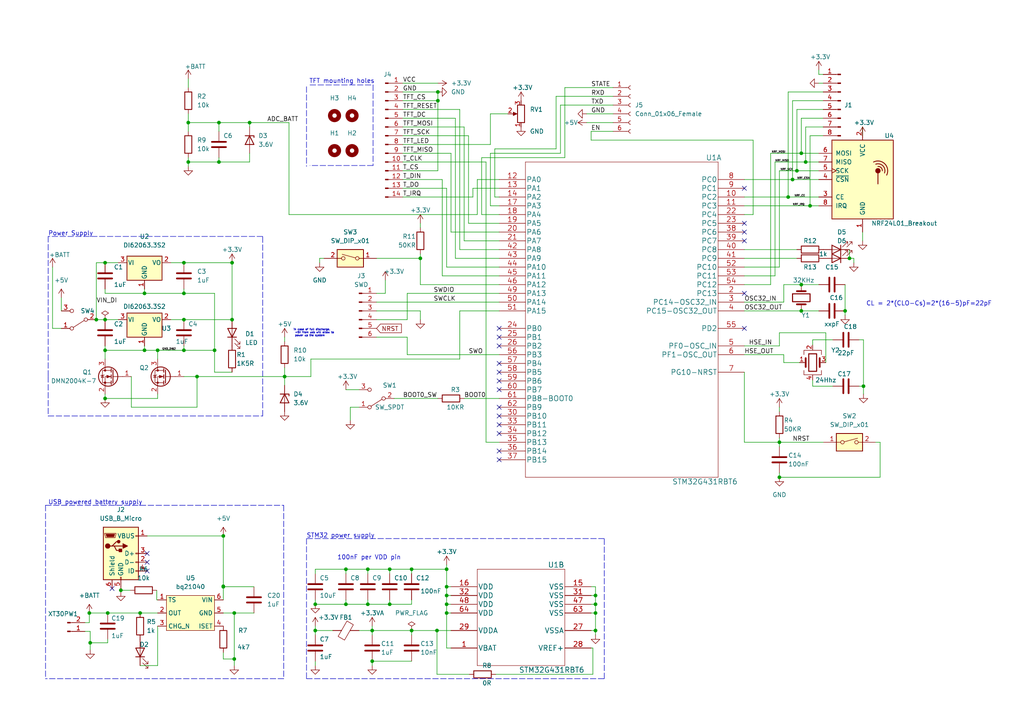
<source format=kicad_sch>
(kicad_sch (version 20211123) (generator eeschema)
  (paper "A4")
  (title_block (title "STM32G431RBT6 TFT_RF") (date "2023-01-20") (rev "1.0") (company "Szymon Grzegorzewski"))
  (junction (at 127 29.21))
  (junction (at 232.41 82.55))
  (junction (at 100.33 165.1))
  (junction (at 67.945 191.135))
  (junction (at 63.5 46.99))
  (junction (at 129.54 177.8))
  (junction (at 30.48 115.57))
  (junction (at 45.72 101.6))
  (junction (at 27.94 92.71))
  (junction (at 106.68 165.1))
  (junction (at 54.61 46.99))
  (junction (at 172.72 182.88))
  (junction (at 228.6 57.15))
  (junction (at 26.162 186.436))
  (junction (at 82.55 109.22))
  (junction (at 233.68 46.99))
  (junction (at 91.44 175.26))
  (junction (at 119.38 182.88))
  (junction (at 62.23 101.6))
  (junction (at 30.48 101.6))
  (junction (at 172.72 177.8))
  (junction (at 35.052 171.196))
  (junction (at 129.54 175.26))
  (junction (at 67.945 177.8))
  (junction (at 64.77 155.448))
  (junction (at 30.48 92.71))
  (junction (at 126.746 182.88))
  (junction (at 53.34 76.2))
  (junction (at 232.41 44.45))
  (junction (at 172.72 172.72))
  (junction (at 113.03 165.1))
  (junction (at 100.33 175.26))
  (junction (at 41.91 85.09))
  (junction (at 234.95 59.69))
  (junction (at 106.68 175.26))
  (junction (at 107.95 191.77))
  (junction (at 231.14 49.53))
  (junction (at 129.54 172.72))
  (junction (at 67.31 76.2))
  (junction (at 129.54 170.18))
  (junction (at 127 26.67))
  (junction (at 57.15 109.22))
  (junction (at 246.38 74.93))
  (junction (at 226.06 128.27))
  (junction (at 107.95 182.88))
  (junction (at 67.31 92.71))
  (junction (at 30.48 76.2))
  (junction (at 250.444 112.014))
  (junction (at 40.64 177.8))
  (junction (at 41.91 101.6))
  (junction (at 31.242 177.8))
  (junction (at 25.908 177.8))
  (junction (at 72.39 35.56))
  (junction (at 91.44 182.88))
  (junction (at 232.41 90.17))
  (junction (at 229.87 52.07))
  (junction (at 53.34 101.6))
  (junction (at 121.92 74.93))
  (junction (at 54.61 35.56))
  (junction (at 53.34 92.71))
  (junction (at 172.72 175.26))
  (junction (at 119.38 165.1))
  (junction (at 245.11 90.17))
  (junction (at 129.54 165.1))
  (junction (at 53.34 85.09))
  (junction (at 64.77 170.053))
  (junction (at 113.03 175.26))
  (junction (at 63.5 35.56))
  (junction (at 226.06 138.43))
  (junction (at 64.77 170.18))
  (no_connect (at 215.9 67.31))
  (no_connect (at 42.672 163.068))
  (no_connect (at 144.78 123.19))
  (no_connect (at 144.78 95.25))
  (no_connect (at 144.78 110.49))
  (no_connect (at 144.78 107.95))
  (no_connect (at 144.78 105.41))
  (no_connect (at 215.9 95.25))
  (no_connect (at 144.78 118.11))
  (no_connect (at 144.78 113.03))
  (no_connect (at 144.78 133.35))
  (no_connect (at 144.78 120.65))
  (no_connect (at 144.78 130.81))
  (no_connect (at 42.672 165.608))
  (no_connect (at 144.78 125.73))
  (no_connect (at 144.78 100.33))
  (no_connect (at 215.9 54.61))
  (no_connect (at 215.9 85.09))
  (no_connect (at 42.672 160.528))
  (no_connect (at 215.9 69.85))
  (no_connect (at 215.9 64.77))
  (no_connect (at 32.512 170.688))
  (no_connect (at 144.78 97.79))
  (wire (pts (xy 239.522 105.156) (xy 239.522 96.52)))
  (wire (pts (xy 171.958 187.96) (xy 171.45 187.96)))
  (wire (pts (xy 54.61 22.86) (xy 54.61 25.4)))
  (wire (pts (xy 215.9 82.55) (xy 223.52 82.55)))
  (wire (pts (xy 54.61 35.56) (xy 54.61 38.1)))
  (wire (pts (xy 129.54 172.72) (xy 130.81 172.72)))
  (wire (pts (xy 118.11 97.79) (xy 109.22 97.79)))
  (wire (pts (xy 215.9 62.23) (xy 218.44 62.23)))
  (wire (pts (xy 41.91 85.09) (xy 53.34 85.09)))
  (wire (pts (xy 215.9 90.17) (xy 232.41 90.17)))
  (wire (pts (xy 72.39 44.45) (xy 72.39 46.99)))
  (wire (pts (xy 54.61 46.99) (xy 63.5 46.99)))
  (wire (pts (xy 41.91 83.82) (xy 41.91 85.09)))
  (wire (pts (xy 35.052 170.688) (xy 35.052 171.196)))
  (wire (pts (xy 116.84 46.99) (xy 140.97 46.99)))
  (wire (pts (xy 134.62 115.57) (xy 144.78 115.57)))
  (wire (pts (xy 121.92 64.77) (xy 121.92 66.04)))
  (wire (pts (xy 129.54 177.8) (xy 130.81 177.8)))
  (wire (pts (xy 90.17 104.14) (xy 90.17 109.22)))
  (wire (pts (xy 223.52 82.55) (xy 223.52 44.45)))
  (wire (pts (xy 64.77 155.448) (xy 42.672 155.448)))
  (polyline (pts (xy 175.26 196.85) (xy 175.26 156.21)))
  (wire (pts (xy 83.82 62.23) (xy 83.82 35.56)))
  (wire (pts (xy 172.72 177.8) (xy 171.45 177.8)))
  (wire (pts (xy 226.06 77.47) (xy 226.06 49.53)))
  (wire (pts (xy 129.54 54.61) (xy 129.54 77.47)))
  (wire (pts (xy 64.77 170.18) (xy 73.66 170.18)))
  (wire (pts (xy 226.06 118.11) (xy 226.06 119.38)))
  (wire (pts (xy 82.55 106.68) (xy 82.55 109.22)))
  (wire (pts (xy 15.24 77.47) (xy 15.24 95.25)))
  (wire (pts (xy 27.94 76.2) (xy 30.48 76.2)))
  (wire (pts (xy 171.45 172.72) (xy 172.72 172.72)))
  (wire (pts (xy 172.72 175.26) (xy 172.72 177.8)))
  (wire (pts (xy 215.9 57.15) (xy 228.6 57.15)))
  (wire (pts (xy 129.54 170.18) (xy 129.54 172.72)))
  (polyline (pts (xy 88.9 25.146) (xy 88.9 48.26)))
  (wire (pts (xy 130.81 67.31) (xy 130.81 44.45)))
  (wire (pts (xy 113.03 175.26) (xy 119.38 175.26)))
  (wire (pts (xy 109.22 92.71) (xy 118.11 92.71)))
  (wire (pts (xy 100.33 175.26) (xy 106.68 175.26)))
  (wire (pts (xy 91.44 182.88) (xy 96.52 182.88)))
  (wire (pts (xy 172.72 170.18) (xy 172.72 172.72)))
  (wire (pts (xy 40.64 177.8) (xy 45.72 177.8)))
  (wire (pts (xy 25.908 177.8) (xy 25.908 180.594)))
  (wire (pts (xy 27.94 92.71) (xy 30.48 92.71)))
  (wire (pts (xy 233.68 36.83) (xy 238.76 36.83)))
  (wire (pts (xy 45.72 115.57) (xy 30.48 115.57)))
  (wire (pts (xy 226.06 127) (xy 226.06 128.27)))
  (wire (pts (xy 67.945 191.135) (xy 67.945 177.8)))
  (wire (pts (xy 250.444 112.014) (xy 250.444 114.3)))
  (wire (pts (xy 172.72 182.88) (xy 172.72 177.8)))
  (polyline (pts (xy 76.2 68.58) (xy 13.97 68.58)))
  (wire (pts (xy 232.41 82.55) (xy 237.49 82.55)))
  (wire (pts (xy 171.45 175.26) (xy 172.72 175.26)))
  (wire (pts (xy 162.56 30.48) (xy 177.8 30.48)))
  (wire (pts (xy 64.77 173.99) (xy 64.77 170.18)))
  (wire (pts (xy 229.87 52.07) (xy 229.87 29.21)))
  (wire (pts (xy 226.06 49.53) (xy 231.14 49.53)))
  (wire (pts (xy 111.76 85.09) (xy 111.76 81.28)))
  (wire (pts (xy 116.84 31.75) (xy 133.35 31.75)))
  (wire (pts (xy 67.945 193.04) (xy 67.945 191.135)))
  (wire (pts (xy 171.958 195.58) (xy 143.764 195.58)))
  (wire (pts (xy 142.24 33.02) (xy 147.32 33.02)))
  (wire (pts (xy 143.51 57.15) (xy 143.51 43.18)))
  (wire (pts (xy 116.84 44.45) (xy 130.81 44.45)))
  (wire (pts (xy 91.44 173.99) (xy 91.44 175.26)))
  (wire (pts (xy 54.61 33.02) (xy 54.61 35.56)))
  (wire (pts (xy 246.38 72.39) (xy 246.38 74.93)))
  (wire (pts (xy 144.78 52.07) (xy 138.43 52.07)))
  (wire (pts (xy 215.9 102.87) (xy 227.33 102.87)))
  (wire (pts (xy 30.48 85.09) (xy 30.48 83.82)))
  (wire (pts (xy 109.22 85.09) (xy 111.76 85.09)))
  (wire (pts (xy 144.78 67.31) (xy 130.81 67.31)))
  (wire (pts (xy 215.9 87.63) (xy 227.33 87.63)))
  (wire (pts (xy 91.44 175.26) (xy 100.33 175.26)))
  (wire (pts (xy 133.35 90.17) (xy 133.35 104.14)))
  (wire (pts (xy 126.746 195.58) (xy 126.746 182.88)))
  (wire (pts (xy 53.34 85.09) (xy 62.23 85.09)))
  (wire (pts (xy 129.54 172.72) (xy 129.54 175.26)))
  (wire (pts (xy 91.44 191.77) (xy 91.44 193.04)))
  (wire (pts (xy 26.162 186.436) (xy 31.242 186.436)))
  (wire (pts (xy 45.72 101.6) (xy 53.34 101.6)))
  (wire (pts (xy 116.84 29.21) (xy 127 29.21)))
  (wire (pts (xy 218.44 40.64) (xy 218.44 62.23)))
  (wire (pts (xy 27.94 92.71) (xy 27.94 76.2)))
  (wire (pts (xy 224.79 80.01) (xy 224.79 46.99)))
  (wire (pts (xy 129.54 77.47) (xy 144.78 77.47)))
  (polyline (pts (xy 13.97 109.22) (xy 13.97 120.65)))
  (wire (pts (xy 106.68 175.26) (xy 106.68 173.99)))
  (wire (pts (xy 231.14 31.75) (xy 238.76 31.75)))
  (wire (pts (xy 91.44 166.37) (xy 91.44 165.1)))
  (wire (pts (xy 250.444 112.014) (xy 249.174 112.014)))
  (wire (pts (xy 116.84 24.13) (xy 127 24.13)))
  (wire (pts (xy 245.11 82.55) (xy 245.11 90.17)))
  (wire (pts (xy 45.72 114.3) (xy 45.72 115.57)))
  (wire (pts (xy 30.48 101.6) (xy 41.91 101.6)))
  (wire (pts (xy 228.6 57.15) (xy 228.6 26.67)))
  (wire (pts (xy 245.11 90.17) (xy 245.11 91.44)))
  (wire (pts (xy 30.48 76.2) (xy 34.29 76.2)))
  (wire (pts (xy 49.53 92.71) (xy 53.34 92.71)))
  (wire (pts (xy 91.44 184.15) (xy 91.44 182.88)))
  (wire (pts (xy 30.48 92.71) (xy 34.29 92.71)))
  (wire (pts (xy 129.54 175.26) (xy 130.81 175.26)))
  (wire (pts (xy 130.81 187.96) (xy 129.54 187.96)))
  (wire (pts (xy 229.87 29.21) (xy 238.76 29.21)))
  (wire (pts (xy 128.27 52.07) (xy 128.27 80.01)))
  (wire (pts (xy 250.19 67.31) (xy 250.19 69.85)))
  (wire (pts (xy 135.89 64.77) (xy 144.78 64.77)))
  (wire (pts (xy 170.18 35.56) (xy 177.8 35.56)))
  (wire (pts (xy 107.95 182.88) (xy 119.38 182.88)))
  (wire (pts (xy 100.33 165.1) (xy 106.68 165.1)))
  (wire (pts (xy 142.24 44.45) (xy 162.56 44.45)))
  (wire (pts (xy 54.61 45.72) (xy 54.61 46.99)))
  (wire (pts (xy 106.68 165.1) (xy 106.68 166.37)))
  (wire (pts (xy 144.78 90.17) (xy 133.35 90.17)))
  (wire (pts (xy 118.11 85.09) (xy 144.78 85.09)))
  (wire (pts (xy 92.71 76.2) (xy 92.71 74.93)))
  (wire (pts (xy 116.84 49.53) (xy 127 49.53)))
  (wire (pts (xy 129.54 163.83) (xy 129.54 165.1)))
  (polyline (pts (xy 76.2 120.65) (xy 76.2 109.22)))
  (wire (pts (xy 114.3 115.57) (xy 127 115.57)))
  (wire (pts (xy 41.91 101.6) (xy 45.72 101.6)))
  (wire (pts (xy 72.39 35.56) (xy 72.39 36.83)))
  (wire (pts (xy 233.68 46.99) (xy 237.49 46.99)))
  (wire (pts (xy 172.72 172.72) (xy 172.72 175.26)))
  (wire (pts (xy 227.33 105.156) (xy 227.33 102.87)))
  (wire (pts (xy 231.14 49.53) (xy 237.49 49.53)))
  (wire (pts (xy 31.242 177.8) (xy 40.64 177.8)))
  (wire (pts (xy 144.78 62.23) (xy 139.7 62.23)))
  (wire (pts (xy 215.9 52.07) (xy 229.87 52.07)))
  (wire (pts (xy 144.78 72.39) (xy 133.35 72.39)))
  (polyline (pts (xy 76.2 109.22) (xy 76.2 68.58)))
  (wire (pts (xy 116.84 52.07) (xy 128.27 52.07)))
  (wire (pts (xy 144.78 74.93) (xy 132.08 74.93)))
  (polyline (pts (xy 175.26 156.21) (xy 88.9 156.21)))
  (wire (pts (xy 107.95 184.15) (xy 107.95 182.88)))
  (wire (pts (xy 144.78 82.55) (xy 121.92 82.55)))
  (wire (pts (xy 63.5 35.56) (xy 72.39 35.56)))
  (wire (pts (xy 91.44 165.1) (xy 100.33 165.1)))
  (wire (pts (xy 72.39 46.99) (xy 63.5 46.99)))
  (wire (pts (xy 161.29 27.94) (xy 177.8 27.94)))
  (wire (pts (xy 171.958 187.96) (xy 171.958 195.58)))
  (wire (pts (xy 128.27 80.01) (xy 144.78 80.01)))
  (wire (pts (xy 237.49 21.59) (xy 237.49 20.32)))
  (wire (pts (xy 247.65 74.93) (xy 247.65 76.2)))
  (wire (pts (xy 64.77 191.135) (xy 67.945 191.135)))
  (wire (pts (xy 162.56 44.45) (xy 162.56 30.48)))
  (wire (pts (xy 116.84 36.83) (xy 134.62 36.83)))
  (wire (pts (xy 129.54 170.18) (xy 130.81 170.18)))
  (wire (pts (xy 67.945 177.8) (xy 64.77 177.8)))
  (wire (pts (xy 17.78 86.36) (xy 17.78 90.17)))
  (polyline (pts (xy 89.916 24.638) (xy 108.204 24.638)))
  (wire (pts (xy 232.41 90.17) (xy 237.49 90.17)))
  (wire (pts (xy 53.34 109.22) (xy 57.15 109.22)))
  (wire (pts (xy 64.77 170.053) (xy 64.77 170.18)))
  (wire (pts (xy 129.54 165.1) (xy 129.54 170.18)))
  (wire (pts (xy 246.38 74.93) (xy 247.65 74.93)))
  (wire (pts (xy 107.95 191.77) (xy 107.95 193.04)))
  (wire (pts (xy 38.1 118.11) (xy 38.1 109.22)))
  (polyline (pts (xy 13.97 68.58) (xy 13.97 109.22)))
  (wire (pts (xy 83.82 35.56) (xy 72.39 35.56)))
  (wire (pts (xy 227.33 82.55) (xy 227.33 87.63)))
  (wire (pts (xy 232.41 34.29) (xy 238.76 34.29)))
  (wire (pts (xy 171.45 170.18) (xy 172.72 170.18)))
  (wire (pts (xy 119.38 165.1) (xy 129.54 165.1)))
  (wire (pts (xy 215.9 72.39) (xy 231.14 72.39)))
  (wire (pts (xy 119.38 165.1) (xy 119.38 166.37)))
  (wire (pts (xy 121.92 90.17) (xy 121.92 92.71)))
  (wire (pts (xy 100.33 173.99) (xy 100.33 175.26)))
  (polyline (pts (xy 88.9 156.21) (xy 88.9 196.85)))
  (wire (pts (xy 132.08 74.93) (xy 132.08 34.29)))
  (wire (pts (xy 255.27 138.43) (xy 255.27 128.27)))
  (wire (pts (xy 133.35 72.39) (xy 133.35 31.75)))
  (wire (pts (xy 45.72 101.6) (xy 45.72 104.14)))
  (wire (pts (xy 116.84 54.61) (xy 129.54 54.61)))
  (wire (pts (xy 104.14 118.11) (xy 101.6 118.11)))
  (wire (pts (xy 227.33 82.55) (xy 232.41 82.55)))
  (wire (pts (xy 26.162 183.134) (xy 26.162 186.436)))
  (polyline (pts (xy 13.208 146.558) (xy 13.208 196.85)))
  (wire (pts (xy 226.06 138.43) (xy 255.27 138.43)))
  (wire (pts (xy 57.15 109.22) (xy 82.55 109.22)))
  (wire (pts (xy 143.51 43.18) (xy 161.29 43.18)))
  (wire (pts (xy 30.48 101.6) (xy 30.48 104.14)))
  (wire (pts (xy 53.34 76.2) (xy 67.31 76.2)))
  (wire (pts (xy 171.45 40.64) (xy 171.45 38.1)))
  (wire (pts (xy 215.9 74.93) (xy 231.14 74.93)))
  (wire (pts (xy 113.03 175.26) (xy 113.03 173.99)))
  (polyline (pts (xy 13.208 146.558) (xy 82.296 146.558)))
  (wire (pts (xy 228.6 57.15) (xy 237.49 57.15)))
  (wire (pts (xy 106.68 165.1) (xy 113.03 165.1)))
  (polyline (pts (xy 82.296 146.558) (xy 82.296 196.85)))
  (wire (pts (xy 170.18 33.02) (xy 177.8 33.02)))
  (wire (pts (xy 129.54 187.96) (xy 129.54 177.8)))
  (wire (pts (xy 234.95 59.69) (xy 237.49 59.69)))
  (wire (pts (xy 118.11 102.87) (xy 144.78 102.87)))
  (wire (pts (xy 107.95 181.61) (xy 107.95 182.88)))
  (wire (pts (xy 35.052 171.196) (xy 37.846 171.196)))
  (wire (pts (xy 142.24 41.91) (xy 142.24 33.02)))
  (wire (pts (xy 255.27 128.27) (xy 254 128.27)))
  (wire (pts (xy 40.64 193.04) (xy 45.72 193.04)))
  (wire (pts (xy 172.72 184.15) (xy 172.72 182.88)))
  (wire (pts (xy 229.87 52.07) (xy 237.49 52.07)))
  (wire (pts (xy 171.45 38.1) (xy 177.8 38.1)))
  (wire (pts (xy 45.466 171.196) (xy 45.466 173.99)))
  (wire (pts (xy 116.84 34.29) (xy 132.08 34.29)))
  (wire (pts (xy 226.06 137.16) (xy 226.06 138.43)))
  (wire (pts (xy 116.84 26.67) (xy 127 26.67)))
  (wire (pts (xy 45.72 193.04) (xy 45.72 181.61)))
  (wire (pts (xy 235.712 98.552) (xy 235.712 100.076)))
  (wire (pts (xy 133.35 104.14) (xy 90.17 104.14)))
  (wire (pts (xy 67.31 107.95) (xy 62.23 107.95)))
  (wire (pts (xy 171.45 182.88) (xy 172.72 182.88)))
  (wire (pts (xy 231.14 49.53) (xy 231.14 31.75)))
  (wire (pts (xy 30.48 85.09) (xy 41.91 85.09)))
  (wire (pts (xy 226.06 100.33) (xy 215.9 100.33)))
  (wire (pts (xy 134.62 36.83) (xy 134.62 69.85)))
  (wire (pts (xy 250.444 98.552) (xy 250.444 112.014)))
  (wire (pts (xy 82.55 109.22) (xy 82.55 111.76)))
  (wire (pts (xy 136.144 195.58) (xy 126.746 195.58)))
  (polyline (pts (xy 13.97 120.65) (xy 76.2 120.65)))
  (wire (pts (xy 224.79 46.99) (xy 233.68 46.99)))
  (wire (pts (xy 163.83 25.4) (xy 177.8 25.4)))
  (wire (pts (xy 53.34 83.82) (xy 53.34 85.09)))
  (wire (pts (xy 228.6 26.67) (xy 238.76 26.67)))
  (wire (pts (xy 107.95 191.77) (xy 119.38 191.77)))
  (wire (pts (xy 137.16 54.61) (xy 137.16 57.15)))
  (wire (pts (xy 121.92 74.93) (xy 109.22 74.93)))
  (wire (pts (xy 127 29.21) (xy 127 49.53)))
  (wire (pts (xy 235.712 98.552) (xy 241.554 98.552)))
  (wire (pts (xy 223.52 44.45) (xy 232.41 44.45)))
  (wire (pts (xy 226.06 129.54) (xy 226.06 128.27)))
  (wire (pts (xy 62.23 85.09) (xy 62.23 101.6)))
  (wire (pts (xy 100.33 165.1) (xy 100.33 166.37)))
  (wire (pts (xy 226.06 128.27) (xy 215.9 128.27)))
  (wire (pts (xy 249.174 98.552) (xy 250.444 98.552)))
  (wire (pts (xy 130.81 182.88) (xy 126.746 182.88)))
  (wire (pts (xy 35.052 171.196) (xy 35.052 171.704)))
  (wire (pts (xy 64.77 155.448) (xy 64.77 170.053)))
  (wire (pts (xy 54.61 35.56) (xy 63.5 35.56)))
  (polyline (pts (xy 82.296 196.85) (xy 13.208 196.85)))
  (wire (pts (xy 82.55 109.22) (xy 90.17 109.22)))
  (wire (pts (xy 139.7 62.23) (xy 139.7 45.72)))
  (wire (pts (xy 140.97 128.27) (xy 140.97 46.99)))
  (wire (pts (xy 138.43 52.07) (xy 138.43 62.23)))
  (wire (pts (xy 30.48 101.6) (xy 30.48 100.33)))
  (wire (pts (xy 67.31 76.2) (xy 67.31 92.71)))
  (wire (pts (xy 119.38 175.26) (xy 119.38 173.99)))
  (wire (pts (xy 118.11 102.87) (xy 118.11 97.79)))
  (wire (pts (xy 116.84 41.91) (xy 142.24 41.91)))
  (wire (pts (xy 239.522 96.52) (xy 226.06 96.52)))
  (wire (pts (xy 57.15 109.22) (xy 57.15 118.11)))
  (wire (pts (xy 144.78 59.69) (xy 142.24 59.69)))
  (wire (pts (xy 91.44 181.61) (xy 91.44 182.88)))
  (wire (pts (xy 64.77 189.23) (xy 64.77 191.135)))
  (wire (pts (xy 116.84 57.15) (xy 137.16 57.15)))
  (wire (pts (xy 113.03 165.1) (xy 119.38 165.1)))
  (wire (pts (xy 30.48 114.3) (xy 30.48 115.57)))
  (wire (pts (xy 139.7 45.72) (xy 163.83 45.72)))
  (wire (pts (xy 237.49 24.13) (xy 238.76 24.13)))
  (wire (pts (xy 31.242 185.42) (xy 31.242 186.436)))
  (wire (pts (xy 119.38 182.88) (xy 119.38 184.15)))
  (wire (pts (xy 92.71 74.93) (xy 93.98 74.93)))
  (wire (pts (xy 121.92 90.17) (xy 109.22 90.17)))
  (wire (pts (xy 53.34 100.33) (xy 53.34 101.6)))
  (wire (pts (xy 135.89 39.37) (xy 135.89 64.77)))
  (polyline (pts (xy 108.204 24.638) (xy 108.204 48.006)))
  (polyline (pts (xy 88.9 196.85) (xy 175.26 196.85)))
  (wire (pts (xy 62.23 107.95) (xy 62.23 101.6)))
  (wire (pts (xy 144.78 57.15) (xy 143.51 57.15)))
  (wire (pts (xy 121.92 73.66) (xy 121.92 74.93)))
  (wire (pts (xy 226.06 128.27) (xy 238.76 128.27)))
  (wire (pts (xy 104.14 113.03) (xy 100.33 113.03)))
  (wire (pts (xy 138.43 62.23) (xy 83.82 62.23)))
  (wire (pts (xy 129.54 175.26) (xy 129.54 177.8)))
  (wire (pts (xy 109.22 87.63) (xy 144.78 87.63)))
  (polyline (pts (xy 108.204 48.006) (xy 89.916 48.006)))
  (wire (pts (xy 104.14 182.88) (xy 107.95 182.88)))
  (wire (pts (xy 234.95 59.69) (xy 234.95 39.37)))
  (wire (pts (xy 25.908 177.8) (xy 31.242 177.8)))
  (wire (pts (xy 218.44 40.64) (xy 171.45 40.64)))
  (wire (pts (xy 67.31 92.71) (xy 53.34 92.71)))
  (wire (pts (xy 215.9 77.47) (xy 226.06 77.47)))
  (wire (pts (xy 24.638 180.594) (xy 25.908 180.594)))
  (wire (pts (xy 235.712 112.014) (xy 241.554 112.014)))
  (wire (pts (xy 15.24 95.25) (xy 17.78 95.25)))
  (wire (pts (xy 49.53 76.2) (xy 53.34 76.2)))
  (wire (pts (xy 116.84 39.37) (xy 135.89 39.37)))
  (wire (pts (xy 45.72 173.99) (xy 45.466 173.99)))
  (wire (pts (xy 121.92 82.55) (xy 121.92 74.93)))
  (wire (pts (xy 238.76 21.59) (xy 237.49 21.59)))
  (wire (pts (xy 215.9 59.69) (xy 234.95 59.69)))
  (wire (pts (xy 233.68 46.99) (xy 233.68 36.83)))
  (wire (pts (xy 163.83 25.4) (xy 163.83 45.72)))
  (wire (pts (xy 113.03 165.1) (xy 113.03 166.37)))
  (wire (pts (xy 161.29 43.18) (xy 161.29 27.94)))
  (wire (pts (xy 63.5 45.72) (xy 63.5 46.99)))
  (wire (pts (xy 215.9 80.01) (xy 224.79 80.01)))
  (wire (pts (xy 67.945 177.8) (xy 73.66 177.8)))
  (wire (pts (xy 24.638 183.134) (xy 26.162 183.134)))
  (wire (pts (xy 231.902 105.156) (xy 227.33 105.156)))
  (wire (pts (xy 232.41 44.45) (xy 232.41 34.29)))
  (wire (pts (xy 234.95 39.37) (xy 238.76 39.37)))
  (wire (pts (xy 106.68 175.26) (xy 113.03 175.26)))
  (wire (pts (xy 63.5 35.56) (xy 63.5 38.1)))
  (wire (pts (xy 41.91 100.33) (xy 41.91 101.6)))
  (wire (pts (xy 137.16 54.61) (xy 144.78 54.61)))
  (wire (pts (xy 232.41 44.45) (xy 237.49 44.45)))
  (wire (pts (xy 235.712 112.014) (xy 235.712 110.236)))
  (wire (pts (xy 127 26.67) (xy 127 29.21)))
  (wire (pts (xy 101.6 118.11) (xy 101.6 121.92)))
  (wire (pts (xy 118.11 92.71) (xy 118.11 85.09)))
  (wire (pts (xy 62.23 101.6) (xy 53.34 101.6)))
  (wire (pts (xy 82.55 97.79) (xy 82.55 99.06)))
  (wire (pts (xy 57.15 118.11) (xy 38.1 118.11)))
  (wire (pts (xy 226.06 96.52) (xy 226.06 100.33)))
  (wire (pts (xy 134.62 69.85) (xy 144.78 69.85)))
  (wire (pts (xy 142.24 59.69) (xy 142.24 44.45)))
  (wire (pts (xy 126.746 182.88) (xy 119.38 182.88)))
  (wire (pts (xy 144.78 128.27) (xy 140.97 128.27)))
  (wire (pts (xy 54.61 46.99) (xy 54.61 48.26)))
  (wire (pts (xy 250.19 36.83) (xy 250.19 39.37)))
  (wire (pts (xy 26.162 186.436) (xy 26.162 188.468)))
  (wire (pts (xy 215.9 128.27) (xy 215.9 107.95)))
  (text "STM32 power supply" (at 88.9 156.21 0) (effects (font (size 1.27 1.27)) (justify left bottom)))
  (text "USB powered battery supply" (at 13.97 146.558 0) (effects (font (size 1.27 1.27)) (justify left bottom)))
  (text "100nF per VDD pin" (at 97.79 162.56 0) (effects (font (size 1.27 1.27)) (justify left bottom)))
  (text "TFT mounting holes" (at 89.662 24.384 0) (effects (font (size 1.27 1.27)) (justify left bottom)))
  (text "in case of full discharge,\n +5V from usb will allow to\n power up the system" (at 85.09 97.79 0) (effects (font (size 0.54 0.54)) (justify left bottom)))
  (text "CL = 2*(CLO-Cs)=2*(16-5)pF=22pF" (at 251.206 88.9 0) (effects (font (size 1.27 1.27)) (justify left bottom)))
  (text "Power Supply" (at 13.97 68.58 0) (effects (font (size 1.27 1.27)) (justify left bottom)))
  (label "TFT_CS" (at 116.84 29.21 0))
  (label "TFT_MOSI" (at 116.84 36.83 0))
  (label "TFT_DC" (at 116.84 34.29 0))
  (label "NRF_CSN" (at 231.14 52.07 0) (effects (font (size 0.54 0.54))))
  (label "ADC_BATT" (at 77.47 35.56 0))
  (label "VIN_DI" (at 27.94 88.138 0))
  (label "VCC" (at 116.84 24.13 0))
  (label "SWCLK" (at 125.73 87.63 0))
  (label "TFT_LED" (at 116.84 41.91 0))
  (label "STATE" (at 171.45 25.4 0))
  (label "RXD" (at 171.45 27.94 0))
  (label "T_IRQ" (at 116.84 57.15 0))
  (label "TFT_RESET" (at 116.84 31.75 0))
  (label "HSE_OUT" (at 215.9 102.87 0))
  (label "OSC32_OUT" (at 215.9 90.17 0))
  (label "NRST" (at 229.87 128.27 0))
  (label "T_DO" (at 116.84 54.61 0))
  (label "OSC32_IN" (at 215.9 87.63 0))
  (label "T_CS" (at 116.84 49.53 0))
  (label "NRF_SCK" (at 226.314 49.53 0) (effects (font (size 0.54 0.54))))
  (label "NRF_MOSI" (at 223.774 44.45 0) (effects (font (size 0.54 0.54))))
  (label "T_CLK" (at 116.84 46.99 0))
  (label "SWO" (at 135.89 102.87 0))
  (label "NRF_MISO" (at 224.79 46.99 0) (effects (font (size 0.54 0.54))))
  (label "TFT_SCK" (at 116.84 39.37 0))
  (label "TXD" (at 171.45 30.48 0))
  (label "BOOT0_SW" (at 116.84 115.57 0))
  (label "SWDIO" (at 125.73 85.09 0))
  (label "TFT_MISO" (at 116.84 44.45 0))
  (label "EN" (at 171.45 38.1 0))
  (label "GND" (at 116.84 26.67 0))
  (label "NRF_CE" (at 230.378 57.15 0) (effects (font (size 0.54 0.54))))
  (label "GND" (at 171.45 33.02 0))
  (label "NRF_IRQ" (at 229.87 59.69 0) (effects (font (size 0.54 0.54))))
  (label "BOOT0" (at 134.62 115.57 0))
  (label "GND_DI62" (at 46.99 101.6 0) (effects (font (size 0.54 0.54))))
  (label "T_DIN" (at 116.84 52.07 0))
  (label "HSE_IN" (at 217.17 100.33 0))
  (global_label "NRST" (shape input) (at 109.22 95.25 0) (property "Intersheet References" "${INTERSHEET_REFS}" (effects hide)))
  (symbol (lib_id "Device:LED") (at 242.57 72.39 180) (unit 1)
    (property "Reference" "D5" (at 244.1575 67.31 0))
    (property "Value" "LED" (effects hide))
    (property "Footprint" "Resistor_SMD:R_0805_2012Metric_Pad1.20x1.40mm_HandSolder" (effects hide))
  )
  (symbol (lib_id "Mechanical:MountingHole") (at 97.028 43.688 90) (unit 1)
    (property "Reference" "H1" (at 97.028 38.608 90))
    (property "Value" "MountingHole" (effects hide))
    (property "Footprint" "MountingHole:MountingHole_3.2mm_M3" (effects hide))
  )
  (symbol (lib_id "Device:C") (at 53.34 80.01 0) (unit 1)
    (property "Reference" "C3" (at 57.15 78.7399 0) (effects (justify left)))
    (property "Value" "1uF" (at 57.15 81.2799 0) (effects (justify left)))
    (property "Footprint" "Inductor_SMD:L_0805_2012Metric_Pad1.15x1.40mm_HandSolder" (effects hide))
  )
  (symbol (lib_id "power:+BATT") (at 15.24 77.47 0) (unit 1)
    (property "Reference" "#PWR0104" (effects hide))
    (property "Value" "+BATT" (at 17.272 73.914 0))
  )
  (symbol (lib_id "Device:R_Potentiometer") (at 151.13 33.02 180) (unit 1)
    (property "Reference" "RV1" (at 153.67 31.7499 0) (effects (justify right)))
    (property "Value" "R_Potentiometer" (effects hide))
    (property "Footprint" "Potentiometer_THT:Potentiometer_ACP_CA9-H5_Horizontal" (effects hide))
  )
  (symbol (lib_id "Device:C") (at 91.44 170.18 0) (unit 1)
    (property "Reference" "C5" (at 92.71 167.64 0) (effects (justify left)))
    (property "Value" "10uF" (at 92.71 172.72 0) (effects (justify left)))
    (property "Footprint" "Inductor_SMD:L_0805_2012Metric_Pad1.15x1.40mm_HandSolder" (effects hide))
  )
  (symbol (lib_id "Device:C") (at 241.3 82.55 90) (unit 1)
    (property "Reference" "C15" (at 241.3 77.47 90))
    (property "Value" "xxpF" (effects hide))
    (property "Footprint" "Inductor_SMD:L_0805_2012Metric_Pad1.15x1.40mm_HandSolder" (effects hide))
  )
  (symbol (lib_id "Device:C") (at 113.03 170.18 0) (unit 1)
    (property "Reference" "C10" (at 114.3 167.64 0) (effects (justify left)))
    (property "Value" "100nF" (effects hide))
    (property "Footprint" "Inductor_SMD:L_0805_2012Metric_Pad1.15x1.40mm_HandSolder" (effects hide))
  )
  (symbol (lib_id "power:+5V") (at 17.78 86.36 0) (unit 1)
    (property "Reference" "#PWR0106" (effects hide))
    (property "Value" "+5V" (at 17.78 81.28 0))
  )
  (symbol (lib_id "Switch:SW_SPDT") (at 109.22 115.57 180) (unit 1)
    (property "Reference" "SW1" (at 113.03 111.76 0))
    (property "Value" "SW_SPDT" (at 113.03 118.11 0))
    (property "Footprint" "UltraLibrarian:os102011" (effects hide))
  )
  (symbol (lib_id "Connector:Conn_01x14_Male") (at 111.76 39.37 0) (unit 1)
    (property "Reference" "J4" (at 112.395 21.59 0))
    (property "Value" "Conn_01x14_Male" (effects hide))
    (property "Footprint" "Connector_PinHeader_2.54mm:PinHeader_1x14_P2.54mm_Vertical" (effects hide))
  )
  (symbol (lib_id "Device:LED") (at 40.64 189.23 90) (unit 1)
    (property "Reference" "D2" (at 43.18 186.944 90) (effects (justify left)))
    (property "Value" "LED" (effects hide))
    (property "Footprint" "Resistor_SMD:R_0805_2012Metric_Pad1.20x1.40mm_HandSolder" (effects hide))
  )
  (symbol (lib_id "power:GND") (at 172.72 184.15 0) (unit 1)
    (property "Reference" "#PWR020" (effects hide))
    (property "Value" "GND" (effects hide))
  )
  (symbol (lib_id "Device:C") (at 63.5 41.91 0) (unit 1)
    (property "Reference" "C6" (at 64.77 39.37 0) (effects (justify left)))
    (property "Value" "100nF" (effects hide))
    (property "Footprint" "Inductor_SMD:L_0805_2012Metric_Pad1.15x1.40mm_HandSolder" (effects hide))
  )
  (symbol (lib_id "Device:R") (at 67.31 104.14 0) (unit 1)
    (property "Reference" "R1" (at 68.58 102.87 0) (effects (justify left)))
    (property "Value" "1K5R" (at 68.58 105.41 0) (effects (justify left)))
    (property "Footprint" "Resistor_SMD:R_1206_3216Metric_Pad1.30x1.75mm_HandSolder" (effects hide))
  )
  (symbol (lib_id "Mechanical:MountingHole") (at 97.028 33.528 90) (unit 1)
    (property "Reference" "H3" (at 97.028 28.448 90))
    (property "Value" "MountingHole" (effects hide))
    (property "Footprint" "MountingHole:MountingHole_3.2mm_M3" (effects hide))
  )
  (symbol (lib_id "power:GND") (at 170.18 33.02 270) (unit 1)
    (property "Reference" "#PWR0119" (effects hide))
    (property "Value" "GND" (effects hide))
  )
  (symbol (lib_id "Device:C") (at 106.68 170.18 0) (unit 1)
    (property "Reference" "C9" (at 107.95 167.64 0) (effects (justify left)))
    (property "Value" "100nF" (effects hide))
    (property "Footprint" "Inductor_SMD:L_0805_2012Metric_Pad1.15x1.40mm_HandSolder" (effects hide))
  )
  (symbol (lib_id "Device:D_Zener") (at 82.55 115.57 270) (unit 1)
    (property "Reference" "D4" (at 85.09 114.2999 90) (effects (justify left)))
    (property "Value" "3.6V" (at 85.09 116.8399 90) (effects (justify left)))
    (property "Footprint" "Diode_SMD:Nexperia_CFP3_SOD-123W" (effects hide))
  )
  (symbol (lib_id "Device:R") (at 64.77 185.42 0) (unit 1)
    (property "Reference" "R7" (at 69.088 182.88 0) (effects (justify left)))
    (property "Value" "4k7" (at 68.834 187.706 0) (effects (justify left)))
    (property "Footprint" "Resistor_SMD:R_1206_3216Metric_Pad1.30x1.75mm_HandSolder" (effects hide))
  )
  (symbol (lib_id "Device:Crystal_GND24") (at 235.712 105.156 0) (unit 1)
    (property "Reference" "Y2" (at 242.316 101.5746 0))
    (property "Value" "24Hhz" (at 239.522 110.236 0))
    (property "Footprint" "Crystal:Crystal_SMD_SeikoEpson_FA238-4Pin_3.2x2.5mm_HandSoldering" (effects hide))
  )
  (symbol (lib_id "Device:C") (at 100.33 170.18 0) (unit 1)
    (property "Reference" "C8" (at 101.6 167.64 0) (effects (justify left)))
    (property "Value" "100nF" (effects hide))
    (property "Footprint" "Inductor_SMD:L_0805_2012Metric_Pad1.15x1.40mm_HandSolder" (effects hide))
  )
  (symbol (lib_id "power:GND") (at 151.13 36.83 0) (unit 1)
    (property "Reference" "#PWR016" (effects hide))
    (property "Value" "GND" (at 153.67 38.0999 0) (effects (justify left)))
  )
  (symbol (lib_id "power:+3.3V") (at 67.31 76.2 0) (unit 1)
    (property "Reference" "#PWR0101" (effects hide))
    (property "Value" "+3.3V" (at 67.31 72.39 0))
  )
  (symbol (lib_id "Device:C") (at 107.95 187.96 0) (unit 1)
    (property "Reference" "C11" (at 110.49 186.69 0) (effects (justify left)))
    (property "Value" "1uF" (at 110.49 189.23 0) (effects (justify left)))
    (property "Footprint" "Inductor_SMD:L_0805_2012Metric_Pad1.15x1.40mm_HandSolder" (effects hide))
  )
  (symbol (lib_id "Connector:USB_B_Micro") (at 35.052 160.528 0) (unit 1)
    (property "Reference" "J2" (at 35.052 147.828 0))
    (property "Value" "USB_B_Micro" (at 35.052 150.368 0))
    (property "Footprint" "Connector_USB:USB_Micro-B_Molex_47346-0001" (effects hide))
  )
  (symbol (lib_id "power:+3.3V") (at 111.76 81.28 0) (unit 1)
    (property "Reference" "#PWR09" (effects hide))
    (property "Value" "+3.3V" (at 114.3 78.74 0))
  )
  (symbol (lib_id "power:+BATT") (at 54.61 22.86 0) (unit 1)
    (property "Reference" "#PWR0111" (effects hide))
    (property "Value" "+BATT" (at 56.642 19.304 0))
  )
  (symbol (lib_id "power:GND") (at 226.06 138.43 0) (unit 1)
    (property "Reference" "#PWR022" (effects hide))
    (property "Value" "GND" (at 226.06 143.51 0))
  )
  (symbol (lib_id "power:+3.3V") (at 129.54 163.83 0) (unit 1)
    (property "Reference" "#PWR019" (effects hide))
    (property "Value" "+3.3V" (at 129.54 160.02 0))
  )
  (symbol (lib_id "Transistor_FET:DMN2041L") (at 48.26 109.22 0) (mirror y) (unit 1)
    (property "Reference" "Q2" (at 43.18 106.68 0) (effects (justify left)))
    (property "Value" "DMN2004K-7" (effects hide))
    (property "Footprint" "Package_TO_SOT_SMD:SOT-23" (effects hide))
    (property "Datasheet" "https://www.diodes.com/assets/Datasheets/products_inactive_data/DMN2041L.pdf" (effects hide))
  )
  (symbol (lib_id "power:GND") (at 91.44 175.26 0) (unit 1)
    (property "Reference" "#PWR08" (effects hide))
    (property "Value" "GND" (effects hide))
  )
  (symbol (lib_id "power:PWR_FLAG") (at 119.38 182.88 0) (unit 1)
    (property "Reference" "#FLG0101" (effects hide))
    (property "Value" "PWR_FLAG" (at 119.38 177.8 0))
  )
  (symbol (lib_id "Device:C") (at 30.48 96.52 0) (unit 1)
    (property "Reference" "C2" (at 33.02 93.98 0) (effects (justify left)))
    (property "Value" "1uF" (at 33.02 99.06 0) (effects (justify left)))
    (property "Footprint" "Inductor_SMD:L_0805_2012Metric_Pad1.15x1.40mm_HandSolder" (effects hide))
  )
  (symbol (lib_id "Device:LED") (at 242.57 74.93 180) (unit 1)
    (property "Reference" "D6" (at 244.1575 69.85 0))
    (property "Value" "LED" (effects hide))
    (property "Footprint" "Resistor_SMD:R_0805_2012Metric_Pad1.20x1.40mm_HandSolder" (effects hide))
  )
  (symbol (lib_id "Regulator_Linear:AZ1084-3.3") (at 41.91 92.71 0) (unit 1)
    (property "Reference" "U3" (at 48.26 95.25 0))
    (property "Value" "DI62063.3S2" (at 41.91 88.9 0))
    (property "Footprint" "Package_TO_SOT_SMD:SOT-23" (effects hide))
    (property "Datasheet" "https://www.diodes.com/assets/Datasheets/AZ1084.pdf" (effects hide))
  )
  (symbol (lib_id "Device:R") (at 41.656 171.196 90) (unit 1)
    (property "Reference" "R6" (at 41.656 165.1 90))
    (property "Value" "10k" (at 41.656 167.64 90))
    (property "Footprint" "Resistor_SMD:R_1206_3216Metric_Pad1.30x1.75mm_HandSolder" (effects hide))
  )
  (symbol (lib_id "power:GND") (at 30.48 115.57 0) (unit 1)
    (property "Reference" "#PWR0112" (effects hide))
    (property "Value" "GND" (effects hide))
  )
  (symbol (lib_id "Device:C") (at 245.364 98.552 90) (unit 1)
    (property "Reference" "C18" (at 246.634 94.742 90))
    (property "Value" "22pF" (at 245.364 102.362 90))
    (property "Footprint" "Inductor_SMD:L_0805_2012Metric_Pad1.15x1.40mm_HandSolder" (effects hide))
  )
  (symbol (lib_id "Connector:Conn_01x06_Male") (at 104.14 90.17 0) (unit 1)
    (property "Reference" "J3" (at 104.775 80.01 0))
    (property "Value" "SWD" (at 104.775 82.55 0))
    (property "Footprint" "Connector_PinHeader_2.54mm:PinHeader_1x06_P2.54mm_Vertical" (effects hide))
  )
  (symbol (lib_id "Device:R") (at 54.61 41.91 180) (unit 1)
    (property "Reference" "R9" (at 57.15 40.6399 0) (effects (justify right)))
    (property "Value" "10k" (at 57.15 43.1799 0) (effects (justify right)))
    (property "Footprint" "Resistor_SMD:R_1206_3216Metric_Pad1.30x1.75mm_HandSolder" (effects hide))
  )
  (symbol (lib_id "power:+BATT") (at 25.908 177.8 0) (unit 1)
    (property "Reference" "#PWR0107" (effects hide))
    (property "Value" "+BATT" (at 25.908 172.72 0))
  )
  (symbol (lib_id "Switch:SW_SPDT") (at 22.86 92.71 180) (unit 1)
    (property "Reference" "SW4" (at 25.4 90.17 0))
    (property "Value" "SW_SPDT" (effects hide))
    (property "Footprint" "UltraLibrarian:os102011" (effects hide))
  )
  (symbol (lib_id "Device:C") (at 73.66 173.99 0) (unit 1)
    (property "Reference" "C20" (at 77.47 172.7199 0) (effects (justify left)))
    (property "Value" "1uF" (at 77.47 175.2599 0) (effects (justify left)))
    (property "Footprint" "Inductor_SMD:L_0805_2012Metric_Pad1.15x1.40mm_HandSolder" (effects hide))
  )
  (symbol (lib_id "power:+3.3V") (at 237.49 20.32 0) (unit 1)
    (property "Reference" "#PWR0102" (effects hide))
    (property "Value" "+3.3V" (at 234.95 16.51 0) (effects (justify left)))
  )
  (symbol (lib_id "power:GND") (at 54.61 48.26 0) (unit 1)
    (property "Reference" "#PWR0110" (effects hide))
    (property "Value" "GND" (effects hide))
  )
  (symbol (lib_id "power:+5V") (at 64.77 155.448 0) (unit 1)
    (property "Reference" "#PWR0109" (effects hide))
    (property "Value" "+5V" (at 64.77 150.368 0))
  )
  (symbol (lib_id "stm32G431Rbt6:STM32G431RBT6") (at 130.81 170.18 0) (unit 2)
    (property "Reference" "U1" (at 161.29 163.83 0) (effects (font (size 1.524 1.524))))
    (property "Value" "STM32G431RBT6" (at 160.02 194.31 0) (effects (font (size 1.524 1.524))))
    (property "Footprint" "Package_QFP:LQFP-64_10x10mm_P0.5mm" (effects hide))
  )
  (symbol (lib_id "power:+3.3V") (at 127 24.13 270) (unit 1)
    (property "Reference" "#PWR011" (effects hide))
    (property "Value" "+3.3V" (at 130.81 24.1299 90) (effects (justify left)))
  )
  (symbol (lib_id "Device:C") (at 245.364 112.014 270) (unit 1)
    (property "Reference" "C17" (at 244.856 108.458 90))
    (property "Value" "22pF" (effects hide))
    (property "Footprint" "Inductor_SMD:L_0805_2012Metric_Pad1.15x1.40mm_HandSolder" (effects hide))
  )
  (symbol (lib_id "Device:C") (at 119.38 187.96 0) (unit 1)
    (property "Reference" "C13" (at 121.92 186.69 0) (effects (justify left)))
    (property "Value" "10nF" (at 121.92 189.23 0) (effects (justify left)))
    (property "Footprint" "Inductor_SMD:L_0805_2012Metric_Pad1.15x1.40mm_HandSolder" (effects hide))
  )
  (symbol (lib_id "Mechanical:MountingHole") (at 102.108 43.688 90) (unit 1)
    (property "Reference" "H2" (at 102.108 38.608 90))
    (property "Value" "MountingHole" (effects hide))
    (property "Footprint" "MountingHole:MountingHole_3.2mm_M3" (effects hide))
  )
  (symbol (lib_id "Connector:Conn_01x08_Male") (at 243.84 29.21 0) (mirror y) (unit 1)
    (property "Reference" "J1" (at 244.856 30.4799 0) (effects (justify right)))
    (property "Value" "Conn_01x08_Male" (effects hide))
    (property "Footprint" "Connector_PinHeader_1.27mm:PinHeader_1x08_P1.27mm_Vertical" (effects hide))
  )
  (symbol (lib_id "Device:R") (at 40.64 181.61 0) (unit 1)
    (property "Reference" "R5" (at 42.545 180.3399 0) (effects (justify left)))
    (property "Value" "1k" (at 42.545 182.8799 0) (effects (justify left)))
    (property "Footprint" "Resistor_SMD:R_1206_3216Metric_Pad1.30x1.75mm_HandSolder" (effects hide))
  )
  (symbol (lib_id "power:+3.3V") (at 151.13 29.21 0) (unit 1)
    (property "Reference" "#PWR015" (effects hide))
    (property "Value" "+3.3V" (at 148.59 25.4 0) (effects (justify left)))
  )
  (symbol (lib_id "Device:Crystal") (at 232.41 86.36 270) (unit 1)
    (property "Reference" "Y1" (at 234.95 91.44 90) (effects (justify right)))
    (property "Value" "32KHz" (at 236.22 81.28 90) (effects (justify right)))
    (property "Footprint" "Crystal:Crystal_DS10_D1.0mm_L4.3mm_Horizontal_1EP_style2" (effects hide))
  )
  (symbol (lib_id "Device:R") (at 234.95 74.93 90) (unit 1)
    (property "Reference" "R13" (at 234.95 77.47 90))
    (property "Value" "1k" (effects hide))
    (property "Footprint" "Resistor_SMD:R_1206_3216Metric_Pad1.30x1.75mm_HandSolder" (effects hide))
  )
  (symbol (lib_id "Device:FerriteBead") (at 100.33 182.88 90) (unit 1)
    (property "Reference" "FB1" (at 100.33 179.07 90))
    (property "Value" "120R 100MHz" (effects hide))
    (property "Footprint" "UltraLibrarian:BDS" (effects hide))
  )
  (symbol (lib_id "Mechanical:MountingHole") (at 102.108 33.528 90) (unit 1)
    (property "Reference" "H4" (at 102.108 28.448 90))
    (property "Value" "MountingHole" (effects hide))
    (property "Footprint" "MountingHole:MountingHole_3.2mm_M3" (effects hide))
  )
  (symbol (lib_id "Device:R") (at 139.954 195.58 90) (unit 1)
    (property "Reference" "R8" (at 141.224 193.04 90))
    (property "Value" "0R" (at 141.224 198.12 90))
    (property "Footprint" "Resistor_SMD:R_1206_3216Metric_Pad1.30x1.75mm_HandSolder" (effects hide))
  )
  (symbol (lib_id "power:GND") (at 82.55 119.38 0) (unit 1)
    (property "Reference" "#PWR0114" (effects hide))
    (property "Value" "GND" (effects hide))
  )
  (symbol (lib_id "power:GND") (at 107.95 193.04 0) (unit 1)
    (property "Reference" "#PWR018" (effects hide))
    (property "Value" "GND" (effects hide))
  )
  (symbol (lib_id "power:+3.3V") (at 226.06 118.11 0) (unit 1)
    (property "Reference" "#PWR021" (effects hide))
    (property "Value" "+3.3V" (at 226.06 114.3 0))
  )
  (symbol (lib_id "stm32G431Rbt6:STM32G431RBT6") (at 144.78 52.07 0) (unit 1)
    (property "Reference" "U1" (at 207.01 45.72 0) (effects (font (size 1.524 1.524))))
    (property "Value" "STM32G431RBT6" (at 204.47 139.7 0) (effects (font (size 1.524 1.524))))
    (property "Footprint" "Package_QFP:LQFP-64_10x10mm_P0.5mm" (effects hide))
  )
  (symbol (lib_id "Device:D_Zener") (at 72.39 40.64 270) (unit 1)
    (property "Reference" "D3" (at 74.93 39.3699 90) (effects (justify left)))
    (property "Value" "3.6V" (at 74.93 41.9099 90) (effects (justify left)))
    (property "Footprint" "Diode_SMD:Nexperia_CFP3_SOD-123W" (effects hide))
  )
  (symbol (lib_id "New_Library:bq21040") (at 49.53 171.45 0) (unit 1)
    (property "Reference" "U5" (at 55.245 167.64 0))
    (property "Value" "bq21040" (at 55.245 170.18 0))
    (property "Footprint" "Package_TO_SOT_SMD:TSOT-23-6_HandSoldering" (effects hide))
  )
  (symbol (lib_id "Device:C") (at 30.48 80.01 0) (unit 1)
    (property "Reference" "C1" (at 33.02 77.47 0) (effects (justify left)))
    (property "Value" "1uF" (at 33.02 82.55 0) (effects (justify left)))
    (property "Footprint" "Inductor_SMD:L_0805_2012Metric_Pad1.15x1.40mm_HandSolder" (effects hide))
  )
  (symbol (lib_id "Switch:SW_DIP_x01") (at 246.38 128.27 0) (unit 1)
    (property "Reference" "SW2" (at 246.38 120.65 0))
    (property "Value" "SW_DIP_x01" (at 246.38 123.19 0))
    (property "Footprint" "Button_Switch_THT:SW_PUSH_6mm_H4.3mm" (effects hide))
  )
  (symbol (lib_id "power:+5V") (at 170.18 35.56 90) (unit 1)
    (property "Reference" "#PWR0118" (effects hide))
    (property "Value" "+5V" (at 167.64 35.56 90) (effects (justify left)))
  )
  (symbol (lib_id "Device:R") (at 54.61 29.21 180) (unit 1)
    (property "Reference" "R2" (at 57.15 27.9399 0) (effects (justify right)))
    (property "Value" "10k" (at 57.15 30.4799 0) (effects (justify right)))
    (property "Footprint" "Resistor_SMD:R_1206_3216Metric_Pad1.30x1.75mm_HandSolder" (effects hide))
  )
  (symbol (lib_id "power:+3.3V") (at 250.19 39.37 0) (unit 1)
    (property "Reference" "#PWR025" (effects hide))
    (property "Value" "+3.3V" (at 247.65 35.56 0) (effects (justify left)))
  )
  (symbol (lib_id "Device:C") (at 241.3 90.17 90) (unit 1)
    (property "Reference" "C16" (at 242.57 86.36 90))
    (property "Value" "xxpF" (at 241.3 93.98 90))
    (property "Footprint" "Inductor_SMD:L_0805_2012Metric_Pad1.15x1.40mm_HandSolder" (effects hide))
  )
  (symbol (lib_id "power:GND") (at 250.19 69.85 0) (unit 1)
    (property "Reference" "#PWR026" (effects hide))
    (property "Value" "GND" (effects hide))
  )
  (symbol (lib_id "power:GND") (at 92.71 76.2 0) (mirror y) (unit 1)
    (property "Reference" "#PWR0116" (effects hide))
    (property "Value" "GND" (at 92.71 81.28 0))
  )
  (symbol (lib_id "Device:C") (at 119.38 170.18 0) (unit 1)
    (property "Reference" "C12" (at 120.65 167.64 0) (effects (justify left)))
    (property "Value" "100nF" (at 121.92 171.45 0) (effects (justify left)))
    (property "Footprint" "Inductor_SMD:L_0805_2012Metric_Pad1.15x1.40mm_HandSolder" (effects hide))
  )
  (symbol (lib_id "power:GND") (at 101.6 121.92 0) (unit 1)
    (property "Reference" "#PWR07" (effects hide))
    (property "Value" "GND" (effects hide))
  )
  (symbol (lib_id "Transistor_FET:DMN2041L") (at 33.02 109.22 0) (mirror y) (unit 1)
    (property "Reference" "Q1" (at 26.67 107.9499 0) (effects (justify left)))
    (property "Value" "DMN2004K-7" (at 27.94 110.49 0) (effects (justify left)))
    (property "Footprint" "Package_TO_SOT_SMD:SOT-23" (effects hide))
    (property "Datasheet" "https://www.diodes.com/assets/Datasheets/products_inactive_data/DMN2041L.pdf" (effects hide))
  )
  (symbol (lib_id "power:GND") (at 26.162 188.468 0) (unit 1)
    (property "Reference" "#PWR0108" (effects hide))
    (property "Value" "GND" (effects hide))
  )
  (symbol (lib_id "Device:R") (at 234.95 72.39 90) (unit 1)
    (property "Reference" "R12" (at 234.95 69.85 90))
    (property "Value" "1k" (at 238.76 73.66 90))
    (property "Footprint" "Resistor_SMD:R_1206_3216Metric_Pad1.30x1.75mm_HandSolder" (effects hide))
  )
  (symbol (lib_id "Switch:SW_DIP_x01") (at 101.6 74.93 0) (mirror y) (unit 1)
    (property "Reference" "SW3" (at 101.6 67.31 0))
    (property "Value" "SW_DIP_x01" (at 101.6 69.85 0))
    (property "Footprint" "Button_Switch_THT:SW_PUSH_6mm_H4.3mm" (effects hide))
  )
  (symbol (lib_id "power:GND") (at 67.945 193.04 0) (unit 1)
    (property "Reference" "#PWR0105" (effects hide))
    (property "Value" "GND" (effects hide))
  )
  (symbol (lib_id "power:+3.3V") (at 100.33 113.03 0) (unit 1)
    (property "Reference" "#PWR06" (effects hide))
    (property "Value" "+3.3V" (at 97.79 109.22 0) (effects (justify left)))
  )
  (symbol (lib_id "power:GND") (at 237.49 24.13 270) (unit 1)
    (property "Reference" "#PWR0103" (effects hide))
    (property "Value" "GND" (effects hide))
  )
  (symbol (lib_id "Device:C") (at 31.242 181.61 0) (unit 1)
    (property "Reference" "C19" (at 32.258 179.324 0) (effects (justify left)))
    (property "Value" "1uF" (at 32.258 184.404 0) (effects (justify left)))
    (property "Footprint" "Inductor_SMD:L_0805_2012Metric_Pad1.15x1.40mm_HandSolder" (effects hide))
  )
  (symbol (lib_id "power:GND") (at 35.052 171.704 0) (unit 1)
    (property "Reference" "#PWR04" (effects hide))
    (property "Value" "GND" (effects hide))
  )
  (symbol (lib_id "RF:NRF24L01_Breakout") (at 250.19 52.07 0) (unit 1)
    (property "Reference" "U4" (at 256.54 39.37 0) (effects (justify left)))
    (property "Value" "NRF24L01_Breakout" (at 252.73 64.77 0) (effects (justify left)))
    (property "Footprint" "RF_Module:nRF24L01_Breakout" (effects hide))
    (property "Datasheet" "http://www.nordicsemi.com/eng/content/download/2730/34105/file/nRF24L01_Product_Specification_v2_0.pdf" (effects hide))
  )
  (symbol (lib_id "Device:C") (at 91.44 187.96 0) (unit 1)
    (property "Reference" "C7" (at 92.71 185.42 0) (effects (justify left)))
    (property "Value" "1uF" (at 92.71 190.5 0) (effects (justify left)))
    (property "Footprint" "Inductor_SMD:L_0805_2012Metric_Pad1.15x1.40mm_HandSolder" (effects hide))
  )
  (symbol (lib_id "Device:R") (at 226.06 123.19 0) (unit 1)
    (property "Reference" "R4" (at 227.33 121.92 0) (effects (justify left)))
    (property "Value" "50KR" (at 227.33 124.46 0) (effects (justify left)))
    (property "Footprint" "Resistor_SMD:R_1206_3216Metric_Pad1.30x1.75mm_HandSolder" (effects hide))
  )
  (symbol (lib_id "Connector:Conn_01x06_Female") (at 182.88 30.48 0) (unit 1)
    (property "Reference" "J5" (at 184.15 30.4799 0) (effects (justify left)))
    (property "Value" "Conn_01x06_Female" (at 184.15 33.0199 0) (effects (justify left)))
    (property "Footprint" "Connector_PinSocket_2.54mm:PinSocket_1x06_P2.54mm_Vertical" (effects hide))
  )
  (symbol (lib_id "Device:LED") (at 67.31 96.52 90) (unit 1)
    (property "Reference" "D1" (at 71.12 96.8374 90) (effects (justify right)))
    (property "Value" "LED" (at 71.12 99.3774 90) (effects (justify right)))
    (property "Footprint" "Resistor_SMD:R_0805_2012Metric_Pad1.20x1.40mm_HandSolder" (effects hide))
  )
  (symbol (lib_id "Regulator_Linear:AZ1084-3.3") (at 41.91 76.2 0) (unit 1)
    (property "Reference" "U2" (at 41.91 68.58 0))
    (property "Value" "DI62063.3S2" (at 41.91 71.12 0))
    (property "Footprint" "Package_TO_SOT_SMD:SOT-23" (effects hide))
    (property "Datasheet" "https://www.diodes.com/assets/Datasheets/AZ1084.pdf" (effects hide))
  )
  (symbol (lib_id "power:GND") (at 127 26.67 90) (unit 1)
    (property "Reference" "#PWR012" (effects hide))
    (property "Value" "GND" (at 130.81 26.6699 90) (effects (justify right)))
  )
  (symbol (lib_id "power:GND") (at 91.44 193.04 0) (unit 1)
    (property "Reference" "#PWR014" (effects hide))
    (property "Value" "GND" (effects hide))
  )
  (symbol (lib_id "power:GND") (at 245.11 91.44 0) (unit 1)
    (property "Reference" "#PWR023" (effects hide))
    (property "Value" "GND" (effects hide))
  )
  (symbol (lib_id "power:+3.3V") (at 91.44 181.61 0) (unit 1)
    (property "Reference" "#PWR013" (effects hide))
    (property "Value" "+3.3V" (at 95.25 179.07 0))
  )
  (symbol (lib_id "power:GND") (at 247.65 76.2 0) (unit 1)
    (property "Reference" "#PWR0117" (effects hide))
    (property "Value" "GND" (effects hide))
  )
  (symbol (lib_id "Device:R") (at 82.55 102.87 180) (unit 1)
    (property "Reference" "R10" (at 85.09 101.5999 0) (effects (justify right)))
    (property "Value" "10k" (at 85.09 104.1399 0) (effects (justify right)))
    (property "Footprint" "Resistor_SMD:R_1206_3216Metric_Pad1.30x1.75mm_HandSolder" (effects hide))
  )
  (symbol (lib_id "power:+3.3VA") (at 107.95 181.61 0) (unit 1)
    (property "Reference" "#PWR017" (effects hide))
    (property "Value" "+3.3VA" (at 107.95 177.8 0))
  )
  (symbol (lib_id "power:+3.3V") (at 121.92 64.77 0) (mirror y) (unit 1)
    (property "Reference" "#PWR0115" (effects hide))
    (property "Value" "+3.3V" (at 121.92 60.96 0))
  )
  (symbol (lib_id "power:+5V") (at 82.55 97.79 0) (unit 1)
    (property "Reference" "#PWR0113" (effects hide))
    (property "Value" "+5V" (at 82.55 93.98 0))
  )
  (symbol (lib_id "Device:C") (at 226.06 133.35 0) (unit 1)
    (property "Reference" "C14" (at 228.6 132.08 0) (effects (justify left)))
    (property "Value" "100nF" (at 228.6 134.62 0) (effects (justify left)))
    (property "Footprint" "Inductor_SMD:L_0805_2012Metric_Pad1.15x1.40mm_HandSolder" (effects hide))
  )
  (symbol (lib_id "Device:C") (at 53.34 96.52 0) (unit 1)
    (property "Reference" "C4" (at 54.61 93.98 0) (effects (justify left)))
    (property "Value" "1uF" (at 54.61 99.06 0) (effects (justify right)))
    (property "Footprint" "Inductor_SMD:L_0805_2012Metric_Pad1.15x1.40mm_HandSolder" (effects hide))
  )
  (symbol (lib_id "Device:R") (at 130.81 115.57 90) (unit 1)
    (property "Reference" "R3" (at 132.08 113.03 90))
    (property "Value" "10KR" (at 132.08 118.11 90))
    (property "Footprint" "Resistor_SMD:R_1206_3216Metric_Pad1.30x1.75mm_HandSolder" (effects hide))
  )
  (symbol (lib_id "power:GND") (at 121.92 92.71 0) (unit 1)
    (property "Reference" "#PWR010" (effects hide))
    (property "Value" "GND" (effects hide))
  )
  (symbol (lib_id "power:GND") (at 250.444 114.3 0) (unit 1)
    (property "Reference" "#PWR024" (effects hide))
    (property "Value" "GND" (effects hide))
  )
  (symbol (lib_id "Device:R") (at 121.92 69.85 0) (mirror y) (unit 1)
    (property "Reference" "R11" (at 120.65 68.58 0) (effects (justify left)))
    (property "Value" "50KR" (at 120.65 71.12 0) (effects (justify left)))
    (property "Footprint" "Resistor_SMD:R_1206_3216Metric_Pad1.30x1.75mm_HandSolder" (effects hide))
  )
  (symbol (lib_id "Connector:Conn_01x02_Male") (at 19.558 183.134 0) (mirror x) (unit 1)
    (property "Reference" "XT30PW1" (at 18.288 178.054 0))
    (property "Value" "Conn_01x02_Male" (effects hide))
    (property "Footprint" "Connector_AMASS:AMASS_XT30PW-M_1x02_P2.50mm_Horizontal" (effects hide))
  )
  (symbol (lib_id "power:PWR_FLAG") (at 30.48 92.71 0) (unit 1)
    (property "Reference" "#FLG0102" (effects hide))
    (property "Value" "PWR_FLAG" (effects hide))
  )
)
</source>
